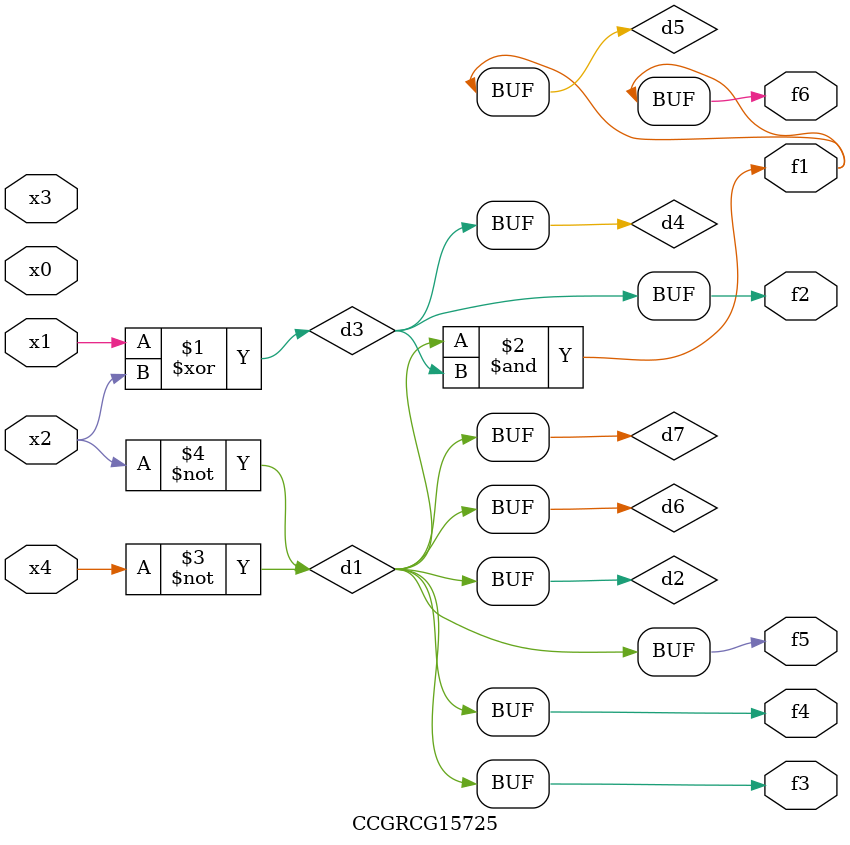
<source format=v>
module CCGRCG15725(
	input x0, x1, x2, x3, x4,
	output f1, f2, f3, f4, f5, f6
);

	wire d1, d2, d3, d4, d5, d6, d7;

	not (d1, x4);
	not (d2, x2);
	xor (d3, x1, x2);
	buf (d4, d3);
	and (d5, d1, d3);
	buf (d6, d1, d2);
	buf (d7, d2);
	assign f1 = d5;
	assign f2 = d4;
	assign f3 = d7;
	assign f4 = d7;
	assign f5 = d7;
	assign f6 = d5;
endmodule

</source>
